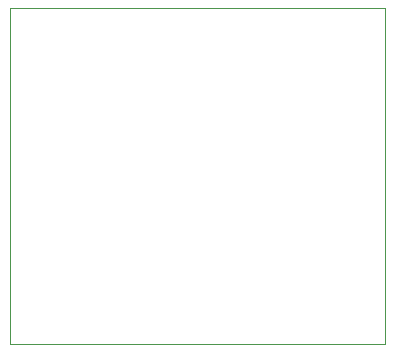
<source format=gbr>
G04 #@! TF.GenerationSoftware,KiCad,Pcbnew,(5.1.2-1)-1*
G04 #@! TF.CreationDate,2019-06-30T23:14:58-07:00*
G04 #@! TF.ProjectId,power_share,706f7765-725f-4736-9861-72652e6b6963,rev?*
G04 #@! TF.SameCoordinates,Original*
G04 #@! TF.FileFunction,Profile,NP*
%FSLAX46Y46*%
G04 Gerber Fmt 4.6, Leading zero omitted, Abs format (unit mm)*
G04 Created by KiCad (PCBNEW (5.1.2-1)-1) date 2019-06-30 23:14:58*
%MOMM*%
%LPD*%
G04 APERTURE LIST*
%ADD10C,0.050000*%
G04 APERTURE END LIST*
D10*
X110998000Y-110744000D02*
X110998000Y-82296000D01*
X142748000Y-110744000D02*
X110998000Y-110744000D01*
X142748000Y-82296000D02*
X142748000Y-110744000D01*
X110998000Y-82296000D02*
X142748000Y-82296000D01*
M02*

</source>
